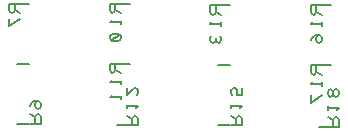
<source format=gbr>
G04 DesignSpark PCB Gerber Version 11.0 Build 5877*
G04 #@! TF.Part,Single*
G04 #@! TF.FileFunction,Legend,Bot*
G04 #@! TF.FilePolarity,Positive*
%FSLAX35Y35*%
%MOIN*%
%ADD22C,0.00500*%
%ADD78C,0.00787*%
G04 #@! TD.AperFunction*
X0Y0D02*
D02*
D22*
X11281Y246331D02*
X7531D01*
Y244143D01*
X7843Y243518D01*
X8469Y243206D01*
X9093Y243518D01*
X9406Y244143D01*
Y246331D01*
Y244143D02*
X11281Y243206D01*
Y241331D02*
X7531Y238831D01*
Y241331D01*
X14406Y206331D02*
X18156D01*
Y208518D01*
X17844Y209143D01*
X17219Y209456D01*
X16594Y209143D01*
X16281Y208518D01*
Y206331D01*
Y208518D02*
X14406Y209456D01*
Y212268D02*
X14719Y212893D01*
X15344Y213518D01*
X16281Y213831D01*
X17219D01*
X17844Y213518D01*
X18156Y212893D01*
Y212268D01*
X17844Y211643D01*
X17219Y211331D01*
X16594Y211643D01*
X16281Y212268D01*
Y212893D01*
X16594Y213518D01*
X17219Y213831D01*
X46687Y205831D02*
X50437D01*
Y208018D01*
X50125Y208643D01*
X49500Y208956D01*
X48875Y208643D01*
X48563Y208018D01*
Y205831D01*
Y208018D02*
X46687Y208956D01*
Y211456D02*
Y212706D01*
Y212081D02*
X50437D01*
X49813Y211456D01*
X46687Y218331D02*
Y215831D01*
X48875Y218018D01*
X49500Y218331D01*
X50125Y218018D01*
X50437Y217393D01*
Y216456D01*
X50125Y215831D01*
X44813Y226331D02*
X41063D01*
Y224143D01*
X41375Y223518D01*
X42000Y223206D01*
X42625Y223518D01*
X42937Y224143D01*
Y226331D01*
Y224143D02*
X44813Y223206D01*
Y220706D02*
Y219456D01*
Y220081D02*
X41063D01*
X41687Y220706D01*
X44813Y215706D02*
Y214456D01*
Y215081D02*
X41063D01*
X41687Y215706D01*
X44813Y246331D02*
X41063D01*
Y244143D01*
X41375Y243518D01*
X42000Y243206D01*
X42625Y243518D01*
X42937Y244143D01*
Y246331D01*
Y244143D02*
X44813Y243206D01*
Y240706D02*
Y239456D01*
Y240081D02*
X41063D01*
X41687Y240706D01*
X44500Y236018D02*
X44813Y235393D01*
Y234768D01*
X44500Y234143D01*
X43875Y233831D01*
X42000D01*
X41375Y234143D01*
X41063Y234768D01*
Y235393D01*
X41375Y236018D01*
X42000Y236331D01*
X43875D01*
X44500Y236018D01*
X41375Y234143D01*
X78313Y245831D02*
X74563D01*
Y243643D01*
X74875Y243018D01*
X75500Y242706D01*
X76125Y243018D01*
X76437Y243643D01*
Y245831D01*
Y243643D02*
X78313Y242706D01*
Y240206D02*
Y238956D01*
Y239581D02*
X74563D01*
X75187Y240206D01*
X78000Y235518D02*
X78313Y234893D01*
Y234268D01*
X78000Y233643D01*
X77375Y233331D01*
X76750Y233643D01*
X76437Y234268D01*
Y234893D01*
Y234268D02*
X76125Y233643D01*
X75500Y233331D01*
X74875Y233643D01*
X74563Y234268D01*
Y234893D01*
X74875Y235518D01*
X81437Y205831D02*
X85187D01*
Y208018D01*
X84875Y208643D01*
X84250Y208956D01*
X83625Y208643D01*
X83313Y208018D01*
Y205831D01*
Y208018D02*
X81437Y208956D01*
Y211456D02*
Y212706D01*
Y212081D02*
X85187D01*
X84563Y211456D01*
X81750Y215831D02*
X81437Y216456D01*
Y217393D01*
X81750Y218018D01*
X82375Y218331D01*
X82687D01*
X83313Y218018D01*
X83625Y217393D01*
Y215831D01*
X85187D01*
Y218331D01*
X113719Y205331D02*
X117469D01*
Y207518D01*
X117157Y208143D01*
X116531Y208456D01*
X115907Y208143D01*
X115594Y207518D01*
Y205331D01*
Y207518D02*
X113719Y208456D01*
Y210956D02*
Y212206D01*
Y211581D02*
X117469D01*
X116844Y210956D01*
X115594Y216268D02*
Y216893D01*
X115907Y217518D01*
X116531Y217831D01*
X117157Y217518D01*
X117469Y216893D01*
Y216268D01*
X117157Y215643D01*
X116531Y215331D01*
X115907Y215643D01*
X115594Y216268D01*
X115281Y215643D01*
X114657Y215331D01*
X114031Y215643D01*
X113719Y216268D01*
Y216893D01*
X114031Y217518D01*
X114657Y217831D01*
X115281Y217518D01*
X115594Y216893D01*
X111844Y225831D02*
X108094D01*
Y223643D01*
X108406Y223018D01*
X109031Y222706D01*
X109656Y223018D01*
X109969Y223643D01*
Y225831D01*
Y223643D02*
X111844Y222706D01*
Y220206D02*
Y218956D01*
Y219581D02*
X108094D01*
X108719Y220206D01*
X111844Y215831D02*
X108094Y213331D01*
Y215831D01*
X111844Y245831D02*
X108094D01*
Y243643D01*
X108406Y243018D01*
X109031Y242706D01*
X109656Y243018D01*
X109969Y243643D01*
Y245831D01*
Y243643D02*
X111844Y242706D01*
Y240206D02*
Y238956D01*
Y239581D02*
X108094D01*
X108719Y240206D01*
X110906Y235831D02*
X110281Y235518D01*
X109969Y234893D01*
Y234268D01*
X110281Y233643D01*
X110906Y233331D01*
X111531Y233643D01*
X111844Y234268D01*
Y234893D01*
X111531Y235518D01*
X110906Y235831D01*
X109969D01*
X109031Y235518D01*
X108406Y234893D01*
X108094Y234268D01*
D02*
D78*
X10152Y246331D02*
X14285D01*
X10183Y226331D02*
X14317D01*
X14285Y206331D02*
X10152D01*
X43683Y226331D02*
X47817D01*
X43683Y246331D02*
X47817D01*
Y205831D02*
X43683D01*
X77183Y245831D02*
X81317D01*
X77215Y225831D02*
X81348D01*
X81317Y205831D02*
X77183D01*
X110715Y225831D02*
X114848D01*
X110715Y245831D02*
X114848D01*
Y205331D02*
X110715D01*
X0Y0D02*
M02*

</source>
